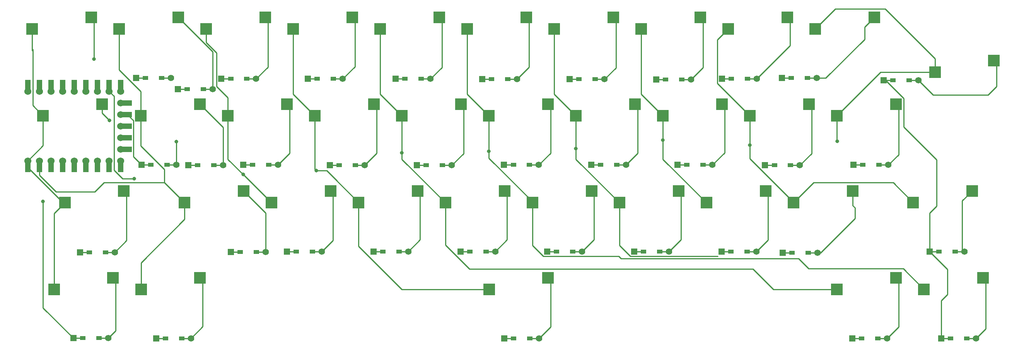
<source format=gbr>
G04 #@! TF.GenerationSoftware,KiCad,Pcbnew,7.0.8*
G04 #@! TF.CreationDate,2024-07-14T10:46:29+09:00*
G04 #@! TF.ProjectId,cool336_pcb,636f6f6c-3333-4365-9f70-63622e6b6963,rev?*
G04 #@! TF.SameCoordinates,Original*
G04 #@! TF.FileFunction,Copper,L2,Bot*
G04 #@! TF.FilePolarity,Positive*
%FSLAX46Y46*%
G04 Gerber Fmt 4.6, Leading zero omitted, Abs format (unit mm)*
G04 Created by KiCad (PCBNEW 7.0.8) date 2024-07-14 10:46:29*
%MOMM*%
%LPD*%
G01*
G04 APERTURE LIST*
G04 #@! TA.AperFunction,SMDPad,CuDef*
%ADD10R,2.550000X2.500000*%
G04 #@! TD*
G04 #@! TA.AperFunction,ComponentPad*
%ADD11R,1.397000X1.397000*%
G04 #@! TD*
G04 #@! TA.AperFunction,SMDPad,CuDef*
%ADD12R,1.300000X0.950000*%
G04 #@! TD*
G04 #@! TA.AperFunction,ComponentPad*
%ADD13C,1.397000*%
G04 #@! TD*
G04 #@! TA.AperFunction,ComponentPad*
%ADD14C,1.524000*%
G04 #@! TD*
G04 #@! TA.AperFunction,SMDPad,CuDef*
%ADD15R,1.200000X2.000000*%
G04 #@! TD*
G04 #@! TA.AperFunction,SMDPad,CuDef*
%ADD16R,2.000000X1.200000*%
G04 #@! TD*
G04 #@! TA.AperFunction,ViaPad*
%ADD17C,0.800000*%
G04 #@! TD*
G04 #@! TA.AperFunction,Conductor*
%ADD18C,0.250000*%
G04 #@! TD*
G04 APERTURE END LIST*
D10*
X83402500Y-35560000D03*
X96329500Y-33020000D03*
X45302500Y-35560000D03*
X58229500Y-33020000D03*
D11*
X36410000Y-46420000D03*
D12*
X38445000Y-46420000D03*
X41995000Y-46420000D03*
D13*
X44030000Y-46420000D03*
D11*
X3370000Y-46440000D03*
D12*
X5405000Y-46440000D03*
X8955000Y-46440000D03*
D13*
X10990000Y-46440000D03*
D10*
X65000Y-35550000D03*
X12992000Y-33010000D03*
D11*
X105690000Y-46310000D03*
D12*
X107725000Y-46310000D03*
X111275000Y-46310000D03*
D13*
X113310000Y-46310000D03*
D10*
X190565000Y-6960000D03*
X203492000Y-4420000D03*
D11*
X124740000Y-46330000D03*
D12*
X126775000Y-46330000D03*
X130325000Y-46330000D03*
D13*
X132360000Y-46330000D03*
D10*
X150077500Y-16510000D03*
X163004500Y-13970000D03*
X185795000Y-35520000D03*
X198722000Y-32980000D03*
X140552500Y-35560000D03*
X153479500Y-33020000D03*
D11*
X157220000Y-46540000D03*
D12*
X159255000Y-46540000D03*
X162805000Y-46540000D03*
D13*
X164840000Y-46540000D03*
D11*
X24800000Y-10660000D03*
D12*
X26835000Y-10660000D03*
X30385000Y-10660000D03*
D13*
X32420000Y-10660000D03*
D11*
X58070000Y-27380000D03*
D12*
X60105000Y-27380000D03*
X63655000Y-27380000D03*
D13*
X65690000Y-27380000D03*
D11*
X172455000Y-65320000D03*
D12*
X174490000Y-65320000D03*
X178040000Y-65320000D03*
D13*
X180075000Y-65320000D03*
D10*
X92937500Y-54580000D03*
X105864500Y-52040000D03*
D11*
X27110000Y-27310000D03*
D12*
X29145000Y-27310000D03*
X32695000Y-27310000D03*
D13*
X34730000Y-27310000D03*
D11*
X16825000Y-27230000D03*
D12*
X18860000Y-27230000D03*
X22410000Y-27230000D03*
D13*
X24445000Y-27230000D03*
D10*
X26252500Y-35560000D03*
X39179500Y-33020000D03*
X11965000Y2540000D03*
X24892000Y5080000D03*
X169127500Y-54580000D03*
X182054500Y-52040000D03*
X145315000Y2540000D03*
X158242000Y5080000D03*
X88165000Y2540000D03*
X101092000Y5080000D03*
X92927500Y-16510000D03*
X105854500Y-13970000D03*
X-2320000Y-54580000D03*
X10607000Y-52040000D03*
D11*
X179355000Y-8710000D03*
D12*
X181390000Y-8710000D03*
X184940000Y-8710000D03*
D13*
X186975000Y-8710000D03*
D11*
X115320000Y-27230000D03*
D12*
X117355000Y-27230000D03*
X120905000Y-27230000D03*
D13*
X122940000Y-27230000D03*
D10*
X159602500Y-35560000D03*
X172529500Y-33020000D03*
X164365000Y2540000D03*
X177292000Y5080000D03*
D11*
X143950000Y-8350000D03*
D12*
X145985000Y-8350000D03*
X149535000Y-8350000D03*
D13*
X151570000Y-8350000D03*
D10*
X-7085000Y2540000D03*
X5842000Y5080000D03*
X69115000Y2540000D03*
X82042000Y5080000D03*
X121502500Y-35560000D03*
X134429500Y-33020000D03*
X50065000Y2540000D03*
X62992000Y5080000D03*
D11*
X53290000Y-8360000D03*
D12*
X55325000Y-8360000D03*
X58875000Y-8360000D03*
D13*
X60910000Y-8360000D03*
D11*
X15645000Y-8240000D03*
D12*
X17680000Y-8240000D03*
X21230000Y-8240000D03*
D13*
X23265000Y-8240000D03*
D11*
X96230000Y-27250000D03*
D12*
X98265000Y-27250000D03*
X101815000Y-27250000D03*
D13*
X103850000Y-27250000D03*
D11*
X91460000Y-8450000D03*
D12*
X93495000Y-8450000D03*
X97045000Y-8450000D03*
D13*
X99080000Y-8450000D03*
D10*
X64352500Y-35560000D03*
X77279500Y-33020000D03*
D11*
X96250000Y-65370000D03*
D12*
X98285000Y-65370000D03*
X101835000Y-65370000D03*
D13*
X103870000Y-65370000D03*
D11*
X20035000Y-65330000D03*
D12*
X22070000Y-65330000D03*
X25620000Y-65330000D03*
D13*
X27655000Y-65330000D03*
D10*
X16727500Y-16510000D03*
X29654500Y-13970000D03*
X111977500Y-16510000D03*
X124904500Y-13970000D03*
D11*
X129530000Y-8540000D03*
D12*
X131565000Y-8540000D03*
X135115000Y-8540000D03*
D13*
X137150000Y-8540000D03*
D10*
X31015000Y2540000D03*
X43942000Y5080000D03*
D11*
X34340000Y-8360000D03*
D12*
X36375000Y-8360000D03*
X39925000Y-8360000D03*
D13*
X41960000Y-8360000D03*
D11*
X153380000Y-27350000D03*
D12*
X155415000Y-27350000D03*
X158965000Y-27350000D03*
D13*
X161000000Y-27350000D03*
D11*
X172745000Y-27270000D03*
D12*
X174780000Y-27270000D03*
X178330000Y-27270000D03*
D13*
X180365000Y-27270000D03*
D10*
X131027500Y-16510000D03*
X143954500Y-13970000D03*
D11*
X110610000Y-8480000D03*
D12*
X112645000Y-8480000D03*
X116195000Y-8480000D03*
D13*
X118230000Y-8480000D03*
D10*
X188163000Y-54600000D03*
X201090000Y-52060000D03*
D11*
X39140000Y-27230000D03*
D12*
X41175000Y-27230000D03*
X44725000Y-27230000D03*
D13*
X46760000Y-27230000D03*
D11*
X134230000Y-27260000D03*
D12*
X136265000Y-27260000D03*
X139815000Y-27260000D03*
D13*
X141850000Y-27260000D03*
D11*
X143850000Y-46340000D03*
D12*
X145885000Y-46340000D03*
X149435000Y-46340000D03*
D13*
X151470000Y-46340000D03*
D10*
X107215000Y2540000D03*
X120142000Y5080000D03*
X169115000Y-16490000D03*
X182042000Y-13950000D03*
X-4705000Y-16490000D03*
X8222000Y-13950000D03*
D11*
X189430000Y-46320000D03*
D12*
X191465000Y-46320000D03*
X195015000Y-46320000D03*
D13*
X197050000Y-46320000D03*
D11*
X1930000Y-65310000D03*
D12*
X3965000Y-65310000D03*
X7515000Y-65310000D03*
D13*
X9550000Y-65310000D03*
D10*
X73877500Y-16510000D03*
X86804500Y-13970000D03*
X35777500Y-16510000D03*
X48704500Y-13970000D03*
D11*
X157040000Y-8250000D03*
D12*
X159075000Y-8250000D03*
X162625000Y-8250000D03*
D13*
X164660000Y-8250000D03*
D11*
X191920000Y-65370000D03*
D12*
X193955000Y-65370000D03*
X197505000Y-65370000D03*
D13*
X199540000Y-65370000D03*
D11*
X67630000Y-46310000D03*
D12*
X69665000Y-46310000D03*
X73215000Y-46310000D03*
D13*
X75250000Y-46310000D03*
D10*
X126265000Y2540000D03*
X139192000Y5080000D03*
X102452500Y-35560000D03*
X115379500Y-33020000D03*
D11*
X72500000Y-8400000D03*
D12*
X74535000Y-8400000D03*
X78085000Y-8400000D03*
D13*
X80120000Y-8400000D03*
D11*
X48670000Y-46320000D03*
D12*
X50705000Y-46320000D03*
X54255000Y-46320000D03*
D13*
X56290000Y-46320000D03*
D11*
X77140000Y-27380000D03*
D12*
X79175000Y-27380000D03*
X82725000Y-27380000D03*
D13*
X84760000Y-27380000D03*
D10*
X16736250Y-54590000D03*
X29663250Y-52050000D03*
X54827500Y-16510000D03*
X67754500Y-13970000D03*
D11*
X86670000Y-46300000D03*
D12*
X88705000Y-46300000D03*
X92255000Y-46300000D03*
D13*
X94290000Y-46300000D03*
D14*
X-8030000Y-26370000D03*
D15*
X-8030000Y-27840000D03*
D14*
X-5490000Y-26370000D03*
D15*
X-5490000Y-27840000D03*
D14*
X-2950000Y-26370000D03*
D15*
X-2950000Y-27840000D03*
D14*
X-410000Y-26370000D03*
D15*
X-410000Y-27840000D03*
D14*
X2130000Y-26370000D03*
D15*
X2130000Y-27840000D03*
D14*
X4670000Y-26370000D03*
D15*
X4670000Y-27840000D03*
D14*
X7210000Y-26370000D03*
D15*
X7210000Y-27840000D03*
D14*
X9750000Y-26370000D03*
D15*
X9750000Y-27840000D03*
D14*
X12290000Y-26370000D03*
D15*
X12290000Y-27840000D03*
D16*
X13740000Y-23830000D03*
D14*
X12290000Y-23830000D03*
D16*
X13740000Y-21290000D03*
D14*
X12290000Y-21290000D03*
D16*
X13750000Y-18750000D03*
D14*
X12290000Y-18750000D03*
D16*
X13730000Y-16210000D03*
D14*
X12290000Y-16210000D03*
D16*
X13740000Y-13670000D03*
D14*
X12290000Y-13670000D03*
D15*
X12290000Y-9660000D03*
D14*
X12290000Y-11130000D03*
D15*
X9750000Y-9660000D03*
D14*
X9750000Y-11130000D03*
D15*
X7210000Y-9660000D03*
D14*
X7210000Y-11130000D03*
D15*
X4670000Y-9660000D03*
D14*
X4670000Y-11130000D03*
D15*
X2130000Y-9660000D03*
D14*
X2130000Y-11130000D03*
D15*
X-410000Y-9660000D03*
D14*
X-410000Y-11130000D03*
D15*
X-2950000Y-9660000D03*
D14*
X-2950000Y-11130000D03*
D15*
X-5490000Y-9660000D03*
D14*
X-5490000Y-11130000D03*
D15*
X-8030000Y-9660000D03*
D14*
X-8030000Y-11130000D03*
D17*
X-4710000Y-35260000D03*
X24470000Y-22150000D03*
X9820000Y-17530000D03*
X39126250Y-29383750D03*
X15270000Y-30340000D03*
X6405000Y-4030000D03*
X55110000Y-28560000D03*
X73877500Y-24670000D03*
X92927500Y-24290000D03*
X111977500Y-23730000D03*
X169130000Y-22110000D03*
X131027500Y-21850000D03*
X150077500Y-22910000D03*
D18*
X150077500Y-16510000D02*
X142926500Y-9359000D01*
X142926500Y-9359000D02*
X142926500Y151500D01*
X142926500Y151500D02*
X145315000Y2540000D01*
X16727500Y-16510000D02*
X16727500Y-23132120D01*
X16727500Y-23132120D02*
X21827500Y-28232120D01*
X21827500Y-28232120D02*
X21827500Y-31135000D01*
X-8030000Y-26370000D02*
X-8030000Y-27840000D01*
X-5490000Y-26370000D02*
X-5490000Y-27840000D01*
X-2950000Y-26370000D02*
X-2950000Y-27840000D01*
X-410000Y-26370000D02*
X-410000Y-27840000D01*
X2130000Y-26370000D02*
X2130000Y-27840000D01*
X4670000Y-26370000D02*
X4670000Y-27840000D01*
X7210000Y-26370000D02*
X7210000Y-27840000D01*
X9750000Y-26370000D02*
X9750000Y-27840000D01*
X12290000Y-26370000D02*
X12290000Y-27840000D01*
X12290000Y-23830000D02*
X13740000Y-23830000D01*
X12290000Y-21290000D02*
X13740000Y-21290000D01*
X12290000Y-18750000D02*
X13750000Y-18750000D01*
X12290000Y-16210000D02*
X13730000Y-16210000D01*
X12290000Y-13670000D02*
X13740000Y-13670000D01*
X12290000Y-11130000D02*
X12290000Y-9660000D01*
X9750000Y-11130000D02*
X9750000Y-9660000D01*
X7210000Y-11130000D02*
X7210000Y-9660000D01*
X4670000Y-11130000D02*
X4670000Y-9660000D01*
X2130000Y-11130000D02*
X2130000Y-9660000D01*
X-410000Y-11130000D02*
X-410000Y-9660000D01*
X-2950000Y-11130000D02*
X-2950000Y-9660000D01*
X-5490000Y-11130000D02*
X-5490000Y-9660000D01*
X-8030000Y-11130000D02*
X-8030000Y-9660000D01*
X-4710000Y-35260000D02*
X-4710000Y-58670000D01*
X-4710000Y-58670000D02*
X1930000Y-65310000D01*
X24445000Y-22175000D02*
X24445000Y-27230000D01*
X8222000Y-15932000D02*
X9820000Y-17530000D01*
X24470000Y-22150000D02*
X24445000Y-22175000D01*
X8222000Y-13950000D02*
X8222000Y-15932000D01*
X45302500Y-35560000D02*
X39126250Y-29383750D01*
X39126250Y-29383750D02*
X35777500Y-26035000D01*
X12730380Y-30340000D02*
X15270000Y-30340000D01*
X10837000Y-12217000D02*
X10837000Y-28446620D01*
X10837000Y-28446620D02*
X12730380Y-30340000D01*
X9750000Y-11130000D02*
X10837000Y-12217000D01*
X6405000Y-4150000D02*
X6405000Y-4030000D01*
X6405000Y-4030000D02*
X6405000Y4517000D01*
X23265000Y-8240000D02*
X21230000Y-8240000D01*
X15645000Y-8240000D02*
X17680000Y-8240000D01*
X11965000Y2540000D02*
X11965000Y-6416620D01*
X11965000Y-6416620D02*
X16727500Y-11179120D01*
X16727500Y-11179120D02*
X16727500Y-16510000D01*
X13730000Y-16210000D02*
X15075000Y-17555000D01*
X15075000Y-25480000D02*
X16825000Y-27230000D01*
X15075000Y-17555000D02*
X15075000Y-25480000D01*
X34730000Y-27310000D02*
X34730000Y-19045500D01*
X34730000Y-19045500D02*
X29654500Y-13970000D01*
X34730000Y-27310000D02*
X32695000Y-27310000D01*
X27110000Y-27310000D02*
X29145000Y-27310000D01*
X24445000Y-27230000D02*
X22410000Y-27230000D01*
X16825000Y-27230000D02*
X18860000Y-27230000D01*
X64352500Y-35519120D02*
X59001690Y-30168310D01*
X57393380Y-28560000D02*
X59001690Y-30168310D01*
X55110000Y-28560000D02*
X57393380Y-28560000D01*
X54827500Y-25540000D02*
X54827500Y-16510000D01*
X54827500Y-25540000D02*
X54827500Y-28277500D01*
X54827500Y-28277500D02*
X55110000Y-28560000D01*
X73877500Y-26035000D02*
X73877500Y-24670000D01*
X73877500Y-24670000D02*
X73877500Y-16510000D01*
X92927500Y-24290000D02*
X92927500Y-16510000D01*
X92927500Y-25804120D02*
X92927500Y-24290000D01*
X111977500Y-26035000D02*
X111977500Y-23730000D01*
X111977500Y-23730000D02*
X111977500Y-16510000D01*
X172745000Y-27270000D02*
X174780000Y-27270000D01*
X180365000Y-27270000D02*
X178330000Y-27270000D01*
X182042000Y-13950000D02*
X182605000Y-14513000D01*
X182605000Y-14513000D02*
X182605000Y-25030000D01*
X182605000Y-25030000D02*
X180365000Y-27270000D01*
X169115000Y-22095000D02*
X169115000Y-16490000D01*
X169130000Y-22110000D02*
X169115000Y-22095000D01*
X158805000Y4517000D02*
X158805000Y870000D01*
X158805000Y-1115000D02*
X158805000Y870000D01*
X151570000Y-8350000D02*
X158805000Y-1115000D01*
X164365000Y2540000D02*
X168780000Y6955000D01*
X168780000Y6955000D02*
X179665000Y6955000D01*
X179665000Y6955000D02*
X190565000Y-3945000D01*
X190565000Y-3945000D02*
X190565000Y-6960000D01*
X190565000Y-6960000D02*
X178645000Y-6960000D01*
X178645000Y-6960000D02*
X169115000Y-16490000D01*
X186975000Y-8710000D02*
X190190000Y-11925000D01*
X190190000Y-11925000D02*
X202178833Y-11925000D01*
X202178833Y-11925000D02*
X204055000Y-10048833D01*
X204055000Y-10048833D02*
X204055000Y-4983000D01*
X204055000Y-4983000D02*
X203492000Y-4420000D01*
X164660000Y-8250000D02*
X166665000Y-8250000D01*
X166665000Y-8250000D02*
X175205000Y290000D01*
X175205000Y290000D02*
X175205000Y2993000D01*
X175205000Y2993000D02*
X177292000Y5080000D01*
X186975000Y-8710000D02*
X184940000Y-8710000D01*
X179355000Y-8710000D02*
X181390000Y-8710000D01*
X190945000Y-26165000D02*
X183750000Y-18970000D01*
X179786620Y-8710000D02*
X179355000Y-8710000D01*
X190945000Y-36296650D02*
X190945000Y-26165000D01*
X189430000Y-37811650D02*
X190945000Y-36296650D01*
X189430000Y-46320000D02*
X189430000Y-37811650D01*
X183750000Y-18970000D02*
X183750000Y-12673380D01*
X183750000Y-12673380D02*
X179786620Y-8710000D01*
X197050000Y-46320000D02*
X196558791Y-45828791D01*
X196558791Y-45828791D02*
X196558791Y-35143209D01*
X196558791Y-35143209D02*
X198722000Y-32980000D01*
X159602500Y-35560000D02*
X164017500Y-31145000D01*
X164017500Y-31145000D02*
X181420000Y-31145000D01*
X181420000Y-31145000D02*
X185795000Y-35520000D01*
X173092500Y-38986000D02*
X173092500Y-36710000D01*
X173092500Y-36710000D02*
X173092500Y-36620000D01*
X172529500Y-33020000D02*
X172529500Y-36147000D01*
X172529500Y-36147000D02*
X173092500Y-36710000D01*
X164840000Y-46540000D02*
X165538500Y-46540000D01*
X165538500Y-46540000D02*
X173092500Y-38986000D01*
X102452500Y-35560000D02*
X102452500Y-44929120D01*
X104856880Y-47333500D02*
X121369750Y-47333500D01*
X102452500Y-44929120D02*
X104856880Y-47333500D01*
X160690771Y-47803500D02*
X162940000Y-50052729D01*
X121369750Y-47333500D02*
X121839750Y-47803500D01*
X121839750Y-47803500D02*
X160690771Y-47803500D01*
X162940000Y-50052729D02*
X183615729Y-50052729D01*
X183615729Y-50052729D02*
X188163000Y-54600000D01*
X189430000Y-46320000D02*
X193313000Y-50203000D01*
X193313000Y-50203000D02*
X193313000Y-55677000D01*
X193313000Y-55677000D02*
X191920000Y-57070000D01*
X191920000Y-57070000D02*
X191920000Y-65370000D01*
X197050000Y-46320000D02*
X195015000Y-46320000D01*
X189430000Y-46320000D02*
X191465000Y-46320000D01*
X201090000Y-52060000D02*
X201653000Y-52623000D01*
X201653000Y-52623000D02*
X201653000Y-63257000D01*
X201653000Y-63257000D02*
X199540000Y-65370000D01*
X199540000Y-65370000D02*
X197505000Y-65370000D01*
X191920000Y-65370000D02*
X193955000Y-65370000D01*
X182054500Y-52040000D02*
X182617500Y-52603000D01*
X182617500Y-52603000D02*
X182617500Y-62777500D01*
X182617500Y-62777500D02*
X180075000Y-65320000D01*
X172455000Y-65320000D02*
X174490000Y-65320000D01*
X180075000Y-65320000D02*
X178040000Y-65320000D01*
X83402500Y-35560000D02*
X83402500Y-44889120D01*
X83402500Y-44889120D02*
X88653380Y-50140000D01*
X88653380Y-50140000D02*
X150720000Y-50140000D01*
X150720000Y-50140000D02*
X155160000Y-54580000D01*
X155160000Y-54580000D02*
X169127500Y-54580000D01*
X92937500Y-54580000D02*
X73847500Y-54580000D01*
X73847500Y-54580000D02*
X64352500Y-45085000D01*
X105864500Y-52040000D02*
X106427500Y-52603000D01*
X106427500Y-52603000D02*
X106427500Y-62812500D01*
X106427500Y-62812500D02*
X103870000Y-65370000D01*
X96250000Y-65370000D02*
X98285000Y-65370000D01*
X103870000Y-65370000D02*
X101835000Y-65370000D01*
X12992000Y-33010000D02*
X13555000Y-33573000D01*
X13555000Y-33573000D02*
X13555000Y-43875000D01*
X13555000Y-43875000D02*
X10990000Y-46440000D01*
X-1870000Y-33160000D02*
X6630000Y-33160000D01*
X21827500Y-31135000D02*
X26252500Y-35560000D01*
X6630000Y-33160000D02*
X8655000Y-31135000D01*
X8655000Y-31135000D02*
X21827500Y-31135000D01*
X44030000Y-46420000D02*
X44030000Y-37870500D01*
X44030000Y-37870500D02*
X39179500Y-33020000D01*
X20035000Y-65330000D02*
X22070000Y-65330000D01*
X27655000Y-65330000D02*
X25620000Y-65330000D01*
X29663250Y-52050000D02*
X30226250Y-52613000D01*
X30226250Y-52613000D02*
X30226250Y-62758750D01*
X30226250Y-62758750D02*
X27655000Y-65330000D01*
X10990000Y-46440000D02*
X8955000Y-46440000D01*
X3370000Y-46440000D02*
X5405000Y-46440000D01*
X-2320000Y-54580000D02*
X-2320000Y-37935000D01*
X-2320000Y-37935000D02*
X65000Y-35550000D01*
X10607000Y-52040000D02*
X11170000Y-52603000D01*
X11170000Y-52603000D02*
X11170000Y-63690000D01*
X11170000Y-63690000D02*
X9550000Y-65310000D01*
X7515000Y-65310000D02*
X9550000Y-65310000D01*
X1930000Y-65310000D02*
X3965000Y-65310000D01*
X91460000Y-8450000D02*
X93495000Y-8450000D01*
X34340000Y-8360000D02*
X36375000Y-8360000D01*
X143950000Y-8350000D02*
X145985000Y-8350000D01*
X157040000Y-8250000D02*
X159075000Y-8250000D01*
X110610000Y-8480000D02*
X112645000Y-8480000D01*
X24800000Y-10660000D02*
X26835000Y-10660000D01*
X72500000Y-8400000D02*
X74535000Y-8400000D01*
X129530000Y-8540000D02*
X131565000Y-8540000D01*
X53290000Y-8360000D02*
X55325000Y-8360000D01*
X96230000Y-27250000D02*
X98265000Y-27250000D01*
X77140000Y-27380000D02*
X79175000Y-27380000D01*
X58070000Y-27380000D02*
X60105000Y-27380000D01*
X153380000Y-27350000D02*
X155415000Y-27350000D01*
X134230000Y-27260000D02*
X136265000Y-27260000D01*
X39140000Y-27230000D02*
X41175000Y-27230000D01*
X115320000Y-27230000D02*
X117355000Y-27230000D01*
X36410000Y-46420000D02*
X38445000Y-46420000D01*
X105690000Y-46310000D02*
X107725000Y-46310000D01*
X48670000Y-46320000D02*
X50705000Y-46320000D01*
X86670000Y-46300000D02*
X88705000Y-46300000D01*
X157220000Y-46540000D02*
X159255000Y-46540000D01*
X67630000Y-46310000D02*
X69665000Y-46310000D01*
X124740000Y-46330000D02*
X126775000Y-46330000D01*
X143850000Y-46340000D02*
X145885000Y-46340000D01*
X65000Y-35550000D02*
X-320000Y-35550000D01*
X-7085000Y-1830000D02*
X-6943000Y-1972000D01*
X-7085000Y-2205000D02*
X-7085000Y-1830000D01*
X-7085000Y2540000D02*
X-6930000Y2695000D01*
X-320000Y-35550000D02*
X-8030000Y-27840000D01*
X-4705000Y-16490000D02*
X-4705000Y-23045000D01*
X-7085000Y-1830000D02*
X-7085000Y2540000D01*
X-6943000Y-1972000D02*
X-6943000Y-14252000D01*
X-6943000Y-14252000D02*
X-4705000Y-16490000D01*
X-4705000Y-23045000D02*
X-8030000Y-26370000D01*
X-5490000Y-27840000D02*
X-5490000Y-29540000D01*
X11965000Y2765000D02*
X11965000Y2540000D01*
X-5490000Y-29540000D02*
X-1870000Y-33160000D01*
X16736250Y-48723750D02*
X16736250Y-54590000D01*
X26252500Y-35560000D02*
X26252500Y-39207500D01*
X26252500Y-39207500D02*
X16736250Y-48723750D01*
X35777500Y-26035000D02*
X35777500Y-16510000D01*
X31015000Y2540000D02*
X31015000Y-406604D01*
X33316500Y-2708104D02*
X33316500Y-10066500D01*
X31015000Y-406604D02*
X33316500Y-2708104D01*
X33316500Y-10066500D02*
X35777500Y-12527500D01*
X35777500Y-12527500D02*
X35777500Y-16510000D01*
X64352500Y-35560000D02*
X64352500Y-35519120D01*
X50065000Y-11747500D02*
X54827500Y-16510000D01*
X64352500Y-45085000D02*
X64352500Y-35560000D01*
X50065000Y2540000D02*
X50065000Y-11747500D01*
X69115000Y2540000D02*
X69115000Y-4060000D01*
X83402500Y-35560000D02*
X73877500Y-26035000D01*
X69115000Y-11747500D02*
X73877500Y-16510000D01*
X69115000Y-4060000D02*
X69115000Y-11747500D01*
X88165000Y-5240000D02*
X88165000Y-11747500D01*
X88165000Y2540000D02*
X88165000Y-5240000D01*
X102452500Y-35560000D02*
X102452500Y-35329120D01*
X102452500Y-35329120D02*
X92927500Y-25804120D01*
X88165000Y-11747500D02*
X92927500Y-16510000D01*
X121502500Y-35560000D02*
X111977500Y-26035000D01*
X107215000Y-11747500D02*
X111977500Y-16510000D01*
X107215000Y2540000D02*
X107215000Y-6080000D01*
X121502500Y-35560000D02*
X121502500Y-44949120D01*
X121502500Y-44949120D02*
X123906880Y-47353500D01*
X107215000Y-6080000D02*
X107215000Y-11747500D01*
X123906880Y-47353500D02*
X143006880Y-47353500D01*
X140552500Y-35560000D02*
X131027500Y-26035000D01*
X126265000Y-11747500D02*
X131027500Y-16510000D01*
X131027500Y-21850000D02*
X131027500Y-16510000D01*
X131027500Y-26035000D02*
X131027500Y-21850000D01*
X126265000Y2540000D02*
X126265000Y-11747500D01*
X159602500Y-35560000D02*
X159602500Y-35429120D01*
X150077500Y-25904120D02*
X150077500Y-22910000D01*
X159602500Y-35429120D02*
X150077500Y-25904120D01*
X150077500Y-22910000D02*
X150077500Y-16510000D01*
X-5300000Y-11679620D02*
X-5300000Y-8887000D01*
X6405000Y4517000D02*
X5842000Y5080000D01*
X32420000Y-10660000D02*
X30385000Y-10660000D01*
X24892000Y5080000D02*
X32420000Y-2448000D01*
X32420000Y-2448000D02*
X32420000Y-10660000D01*
X43942000Y5080000D02*
X44505000Y4517000D01*
X44505000Y4517000D02*
X44505000Y-5815000D01*
X41960000Y-8360000D02*
X39925000Y-8360000D01*
X44505000Y-5815000D02*
X41960000Y-8360000D01*
X63555000Y4517000D02*
X63555000Y-5715000D01*
X62992000Y5080000D02*
X63555000Y4517000D01*
X60910000Y-8360000D02*
X58875000Y-8360000D01*
X63555000Y-5715000D02*
X60910000Y-8360000D01*
X82042000Y5080000D02*
X82605000Y4517000D01*
X82605000Y-5915000D02*
X80120000Y-8400000D01*
X82605000Y4517000D02*
X82605000Y-5915000D01*
X80120000Y-8400000D02*
X78085000Y-8400000D01*
X99080000Y-8450000D02*
X97045000Y-8450000D01*
X101655000Y-5875000D02*
X99080000Y-8450000D01*
X101655000Y4517000D02*
X101655000Y-5875000D01*
X101092000Y5080000D02*
X101655000Y4517000D01*
X120705000Y4517000D02*
X120705000Y-6005000D01*
X120705000Y-6005000D02*
X118230000Y-8480000D01*
X120142000Y5080000D02*
X120705000Y4517000D01*
X118230000Y-8480000D02*
X116195000Y-8480000D01*
X139755000Y4517000D02*
X139755000Y-5935000D01*
X139192000Y5080000D02*
X139755000Y4517000D01*
X139755000Y-5935000D02*
X137150000Y-8540000D01*
X137150000Y-8540000D02*
X135115000Y-8540000D01*
X158242000Y5080000D02*
X158805000Y4517000D01*
X151570000Y-8350000D02*
X149535000Y-8350000D01*
X177292000Y5080000D02*
X177855000Y4517000D01*
X164660000Y-8250000D02*
X162625000Y-8250000D01*
X29654500Y-13970000D02*
X30217500Y-14533000D01*
X48704500Y-13970000D02*
X49267500Y-14533000D01*
X46760000Y-27230000D02*
X44725000Y-27230000D01*
X49267500Y-24722500D02*
X46760000Y-27230000D01*
X49267500Y-14533000D02*
X49267500Y-24722500D01*
X65690000Y-27380000D02*
X63655000Y-27380000D01*
X68317500Y-14533000D02*
X68317500Y-24752500D01*
X67754500Y-13970000D02*
X68317500Y-14533000D01*
X68317500Y-24752500D02*
X65690000Y-27380000D01*
X86804500Y-13970000D02*
X87367500Y-14533000D01*
X87367500Y-24772500D02*
X84760000Y-27380000D01*
X87367500Y-14533000D02*
X87367500Y-24772500D01*
X84760000Y-27380000D02*
X82725000Y-27380000D01*
X105854500Y-13970000D02*
X106417500Y-14533000D01*
X106417500Y-24682500D02*
X103850000Y-27250000D01*
X103850000Y-27250000D02*
X101815000Y-27250000D01*
X106417500Y-14533000D02*
X106417500Y-24682500D01*
X125467500Y-24702500D02*
X122940000Y-27230000D01*
X122940000Y-27230000D02*
X120905000Y-27230000D01*
X125467500Y-14533000D02*
X125467500Y-24702500D01*
X124904500Y-13970000D02*
X125467500Y-14533000D01*
X144517500Y-14533000D02*
X144517500Y-24592500D01*
X141850000Y-27260000D02*
X139815000Y-27260000D01*
X143954500Y-13970000D02*
X144517500Y-14533000D01*
X144517500Y-24592500D02*
X141850000Y-27260000D01*
X163567500Y-24782500D02*
X161000000Y-27350000D01*
X163004500Y-13970000D02*
X163567500Y-14533000D01*
X163567500Y-14533000D02*
X163567500Y-24782500D01*
X161000000Y-27350000D02*
X158965000Y-27350000D01*
X10610000Y-46370000D02*
X10350000Y-46370000D01*
X39179500Y-33020000D02*
X39742500Y-33583000D01*
X44030000Y-46420000D02*
X41995000Y-46420000D01*
X58792500Y-33583000D02*
X58792500Y-43817500D01*
X56290000Y-46320000D02*
X54255000Y-46320000D01*
X58792500Y-43817500D02*
X56290000Y-46320000D01*
X58229500Y-33020000D02*
X58792500Y-33583000D01*
X75250000Y-46310000D02*
X73215000Y-46310000D01*
X77279500Y-33020000D02*
X77842500Y-33583000D01*
X77842500Y-33583000D02*
X77842500Y-43717500D01*
X77842500Y-43717500D02*
X75250000Y-46310000D01*
X96892500Y-43697500D02*
X94290000Y-46300000D01*
X96892500Y-33583000D02*
X96892500Y-43697500D01*
X96329500Y-33020000D02*
X96892500Y-33583000D01*
X94290000Y-46300000D02*
X92255000Y-46300000D01*
X113310000Y-46310000D02*
X111275000Y-46310000D01*
X115942500Y-33583000D02*
X115942500Y-43677500D01*
X115379500Y-33020000D02*
X115942500Y-33583000D01*
X115942500Y-43677500D02*
X113310000Y-46310000D01*
X132360000Y-46330000D02*
X130325000Y-46330000D01*
X134992500Y-43697500D02*
X132360000Y-46330000D01*
X134429500Y-33020000D02*
X134992500Y-33583000D01*
X134992500Y-33583000D02*
X134992500Y-43697500D01*
X151470000Y-46340000D02*
X149435000Y-46340000D01*
X154042500Y-43767500D02*
X151470000Y-46340000D01*
X153479500Y-33020000D02*
X154042500Y-33583000D01*
X154042500Y-33583000D02*
X154042500Y-43767500D01*
X164840000Y-46540000D02*
X162805000Y-46540000D01*
X172529500Y-33020000D02*
X173092500Y-33583000D01*
M02*

</source>
